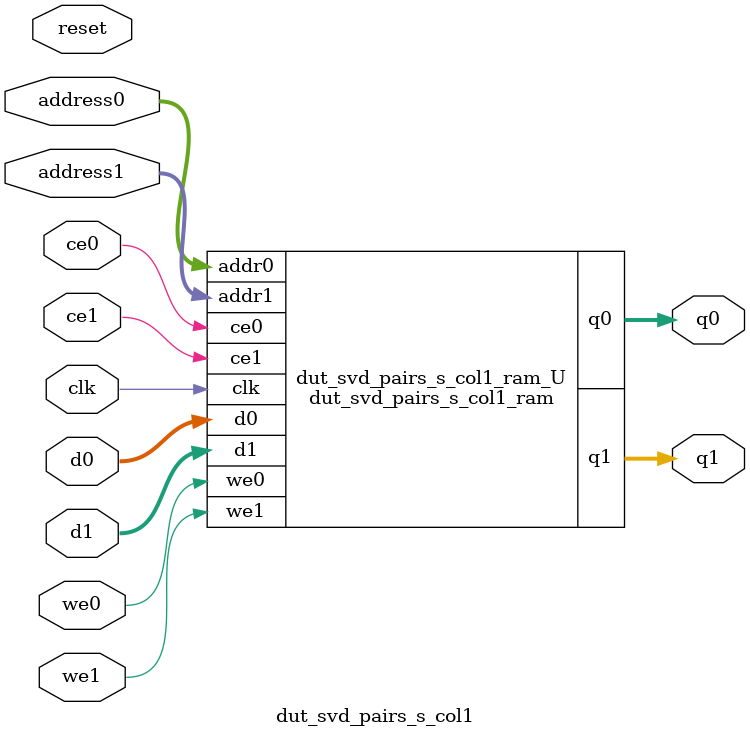
<source format=v>

`timescale 1 ns / 1 ps
module dut_svd_pairs_s_col1_ram (addr0, ce0, d0, we0, q0, addr1, ce1, d1, we1, q1,  clk);

parameter DWIDTH = 32;
parameter AWIDTH = 20;
parameter MEM_SIZE = 614656;

input[AWIDTH-1:0] addr0;
input ce0;
input[DWIDTH-1:0] d0;
input we0;
output wire[DWIDTH-1:0] q0;
input[AWIDTH-1:0] addr1;
input ce1;
input[DWIDTH-1:0] d1;
input we1;
output wire[DWIDTH-1:0] q1;
input clk;

(* ram_style = "block" *)reg [DWIDTH-1:0] ram[MEM_SIZE-1:0];
wire [AWIDTH-1:0] addr0_t0; 
(* EQUIVALENT_REGISTER_REMOVAL="NO" *)reg [AWIDTH-1:0] addr0_t1; 
wire [DWIDTH-1:0] d0_t0; 
wire we0_t0; 
(* EQUIVALENT_REGISTER_REMOVAL="NO" *)reg [DWIDTH-1:0] d0_t1; 
(* EQUIVALENT_REGISTER_REMOVAL="NO" *)reg we0_t1; 
reg [DWIDTH-1:0] q0_t0;
reg [DWIDTH-1:0] q0_t1;
wire [AWIDTH-1:0] addr1_t0; 
(* EQUIVALENT_REGISTER_REMOVAL="NO" *)reg [AWIDTH-1:0] addr1_t1; 
wire [DWIDTH-1:0] d1_t0; 
wire we1_t0; 
(* EQUIVALENT_REGISTER_REMOVAL="NO" *)reg [DWIDTH-1:0] d1_t1; 
(* EQUIVALENT_REGISTER_REMOVAL="NO" *)reg we1_t1; 
reg [DWIDTH-1:0] q1_t0;
reg [DWIDTH-1:0] q1_t1;


assign addr0_t0 = addr0;
assign d0_t0 = d0;
assign we0_t0 = we0;
assign q0 = q0_t1;
assign addr1_t0 = addr1;
assign d1_t0 = d1;
assign we1_t0 = we1;
assign q1 = q1_t1;

always @(posedge clk)  
begin
    if (ce0) 
    begin
        addr0_t1 <= addr0_t0; 
        d0_t1 <= d0_t0;
        we0_t1 <= we0_t0;
        q0_t1 <= q0_t0;
    end
    if (ce1) 
    begin
        addr1_t1 <= addr1_t0; 
        d1_t1 <= d1_t0;
        we1_t1 <= we1_t0;
        q1_t1 <= q1_t0;
    end
end


always @(posedge clk)  
begin 
    if (ce0) 
    begin
        if (we0_t1) 
        begin 
            ram[addr0_t1] <= d0_t1; 
            q0_t0 <= d0_t1;
        end 
        else 
            q0_t0 <= ram[addr0_t1];
    end
end


always @(posedge clk)  
begin 
    if (ce1) 
    begin
        if (we1_t1) 
        begin 
            ram[addr1_t1] <= d1_t1; 
            q1_t0 <= d1_t1;
        end 
        else 
            q1_t0 <= ram[addr1_t1];
    end
end


endmodule


`timescale 1 ns / 1 ps
module dut_svd_pairs_s_col1(
    reset,
    clk,
    address0,
    ce0,
    we0,
    d0,
    q0,
    address1,
    ce1,
    we1,
    d1,
    q1);

parameter DataWidth = 32'd32;
parameter AddressRange = 32'd614656;
parameter AddressWidth = 32'd20;
input reset;
input clk;
input[AddressWidth - 1:0] address0;
input ce0;
input we0;
input[DataWidth - 1:0] d0;
output[DataWidth - 1:0] q0;
input[AddressWidth - 1:0] address1;
input ce1;
input we1;
input[DataWidth - 1:0] d1;
output[DataWidth - 1:0] q1;



dut_svd_pairs_s_col1_ram dut_svd_pairs_s_col1_ram_U(
    .clk( clk ),
    .addr0( address0 ),
    .ce0( ce0 ),
    .d0( d0 ),
    .we0( we0 ),
    .q0( q0 ),
    .addr1( address1 ),
    .ce1( ce1 ),
    .d1( d1 ),
    .we1( we1 ),
    .q1( q1 ));

endmodule


</source>
